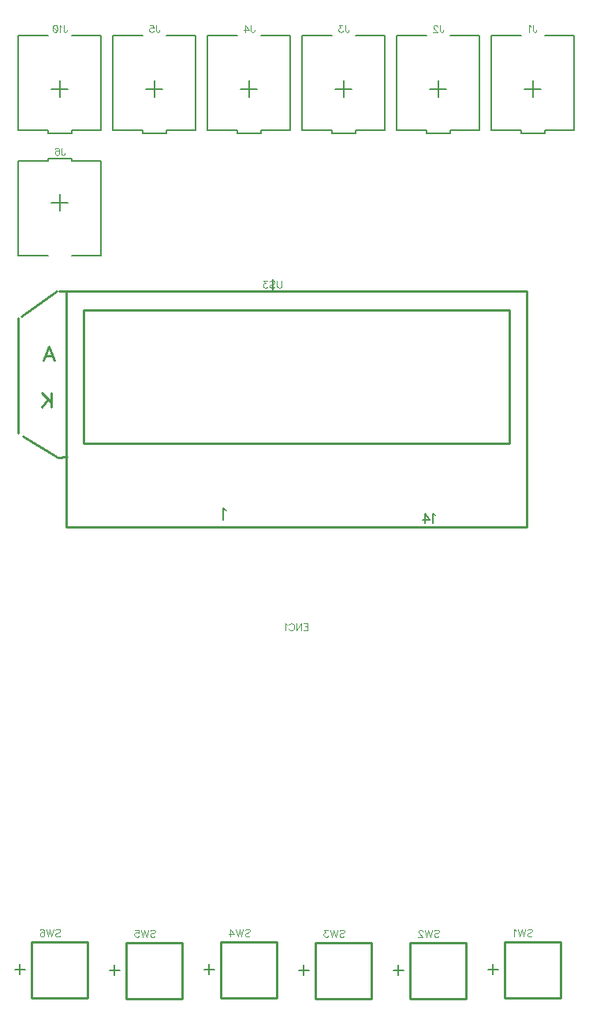
<source format=gbo>
G04 DipTrace 4.0.0.0*
G04 uTest_p02.GBO*
%MOIN*%
G04 #@! TF.FileFunction,Legend,Bot*
G04 #@! TF.Part,Single*
%ADD10C,0.009843*%
%ADD20C,0.005984*%
%ADD31C,0.006*%
%ADD120C,0.004632*%
%ADD121C,0.00772*%
%ADD122C,0.009264*%
%ADD123C,0.006176*%
%FSLAX26Y26*%
G04*
G70*
G90*
G75*
G01*
G04 BotSilk*
%LPD*%
X2550799Y4419340D2*
D31*
X2620834D1*
X2585834Y4454286D2*
Y4384343D1*
X2635849Y4244457D2*
X2760834D1*
X2535820D2*
X2410834D1*
X2535820Y4644466D2*
X2410834D1*
X2635849D2*
X2760834D1*
Y4244457D1*
X2410834D2*
Y4644466D1*
X2535820Y4244457D2*
D20*
Y4231982D1*
X2635849D1*
Y4244457D1*
X2150799Y4419340D2*
D31*
X2220834D1*
X2185834Y4454286D2*
Y4384343D1*
X2235849Y4244457D2*
X2360834D1*
X2135820D2*
X2010834D1*
X2135820Y4644466D2*
X2010834D1*
X2235849D2*
X2360834D1*
Y4244457D1*
X2010834D2*
Y4644466D1*
X2135820Y4244457D2*
D20*
Y4231982D1*
X2235849D1*
Y4244457D1*
X1750799Y4419340D2*
D31*
X1820834D1*
X1785834Y4454286D2*
Y4384343D1*
X1835849Y4244457D2*
X1960834D1*
X1735820D2*
X1610834D1*
X1735820Y4644466D2*
X1610834D1*
X1835849D2*
X1960834D1*
Y4244457D1*
X1610834D2*
Y4644466D1*
X1735820Y4244457D2*
D20*
Y4231982D1*
X1835849D1*
Y4244457D1*
X1350799Y4419340D2*
D31*
X1420834D1*
X1385834Y4454286D2*
Y4384343D1*
X1435849Y4244457D2*
X1560834D1*
X1335820D2*
X1210834D1*
X1335820Y4644466D2*
X1210834D1*
X1435849D2*
X1560834D1*
Y4244457D1*
X1210834D2*
Y4644466D1*
X1335820Y4244457D2*
D20*
Y4231982D1*
X1435849D1*
Y4244457D1*
X950799Y4419340D2*
D31*
X1020834D1*
X985834Y4454286D2*
Y4384343D1*
X1035849Y4244457D2*
X1160834D1*
X935820D2*
X810834D1*
X935820Y4644466D2*
X810834D1*
X1035849D2*
X1160834D1*
Y4244457D1*
X810834D2*
Y4644466D1*
X935820Y4244457D2*
D20*
Y4231982D1*
X1035849D1*
Y4244457D1*
X620870Y3938764D2*
D31*
X550834D1*
X585834Y3903826D2*
Y3973785D1*
X535820Y4113660D2*
X410834D1*
X635849D2*
X760834D1*
X635849Y3713650D2*
X760834D1*
X535820D2*
X410834D1*
Y4113660D1*
X760834D2*
Y3713650D1*
X635849Y4113660D2*
D20*
Y4126133D1*
X535820D1*
Y4113660D1*
X550799Y4419340D2*
D31*
X620834D1*
X585834Y4454286D2*
Y4384343D1*
X635849Y4244457D2*
X760834D1*
X535820D2*
X410834D1*
X535820Y4644466D2*
X410834D1*
X635849D2*
X760834D1*
Y4244457D1*
X410834D2*
Y4644466D1*
X535820Y4244457D2*
D20*
Y4231982D1*
X635849D1*
Y4244457D1*
X2703945Y578703D2*
D10*
Y814942D1*
Y578703D2*
X2467708D1*
Y814942D1*
X2703945D1*
X2303945Y576341D2*
Y812580D1*
Y576341D2*
X2067708D1*
Y812580D1*
X2303945D1*
X1903945Y576341D2*
Y812580D1*
Y576341D2*
X1667708D1*
Y812580D1*
X1903945D1*
X1503945Y578703D2*
Y814942D1*
Y578703D2*
X1267708D1*
Y814942D1*
X1503945D1*
X1103945Y576341D2*
Y812580D1*
Y576341D2*
X867708D1*
Y812580D1*
X1103945D1*
X703945Y578703D2*
Y814942D1*
Y578703D2*
X467708D1*
Y814942D1*
X703945D1*
X613375Y3564933D2*
Y2568920D1*
X2558275D1*
Y3564933D1*
X613375D1*
X686180Y3486230D2*
Y2923239D1*
X2485471D1*
Y3486230D1*
X686180D1*
X613375Y3564933D2*
X581804D1*
X617240Y2864135D2*
X577938Y2860215D1*
X574073Y2864135D2*
X428248Y2950781D1*
X410638Y2966459D2*
Y3450747D1*
X424383Y3458585D2*
X574073Y3564933D1*
X1614818Y2161131D2*
D120*
X1633455D1*
Y2130987D1*
X1614818D1*
X1633455Y2146772D2*
X1621981D1*
X1585459Y2161131D2*
Y2130987D1*
X1605555Y2161131D1*
Y2130987D1*
X1554673Y2153968D2*
X1556099Y2156820D1*
X1558984Y2159705D1*
X1561836Y2161131D1*
X1567573D1*
X1570458Y2159705D1*
X1573310Y2156820D1*
X1574769Y2153968D1*
X1576195Y2149657D1*
Y2142461D1*
X1574769Y2138183D1*
X1573310Y2135298D1*
X1570458Y2132446D1*
X1567573Y2130987D1*
X1561836D1*
X1558984Y2132446D1*
X1556099Y2135298D1*
X1554673Y2138183D1*
X1545410Y2155361D2*
X1542525Y2156820D1*
X1538214Y2161098D1*
Y2130987D1*
X2586885Y4688895D2*
Y4665947D1*
X2588311Y4661636D1*
X2589770Y4660210D1*
X2592622Y4658751D1*
X2595507D1*
X2598359Y4660210D1*
X2599785Y4661636D1*
X2601244Y4665947D1*
Y4668799D1*
X2577621Y4683124D2*
X2574736Y4684584D1*
X2570425Y4688861D1*
Y4658751D1*
X2193335Y4688895D2*
Y4665947D1*
X2194761Y4661636D1*
X2196220Y4660210D1*
X2199072Y4658751D1*
X2201957D1*
X2204809Y4660210D1*
X2206235Y4661636D1*
X2207694Y4665947D1*
Y4668799D1*
X2182612Y4681698D2*
Y4683124D1*
X2181186Y4686009D1*
X2179760Y4687435D1*
X2176875Y4688861D1*
X2171138D1*
X2168286Y4687435D1*
X2166860Y4686009D1*
X2165401Y4683124D1*
Y4680272D1*
X2166860Y4677387D1*
X2169712Y4673110D1*
X2184071Y4658751D1*
X2163975D1*
X1793335Y4688895D2*
Y4665947D1*
X1794761Y4661636D1*
X1796220Y4660210D1*
X1799072Y4658751D1*
X1801957D1*
X1804809Y4660210D1*
X1806235Y4661636D1*
X1807694Y4665947D1*
Y4668799D1*
X1781186Y4688861D2*
X1765434D1*
X1774023Y4677387D1*
X1769712D1*
X1766860Y4675961D1*
X1765434Y4674536D1*
X1763975Y4670224D1*
Y4667373D1*
X1765434Y4663062D1*
X1768286Y4660176D1*
X1772597Y4658751D1*
X1776908D1*
X1781186Y4660176D1*
X1782612Y4661636D1*
X1784071Y4664488D1*
X1394048Y4688895D2*
Y4665947D1*
X1395474Y4661636D1*
X1396933Y4660210D1*
X1399785Y4658751D1*
X1402670D1*
X1405522Y4660210D1*
X1406948Y4661636D1*
X1408407Y4665947D1*
Y4668799D1*
X1370425Y4658751D2*
Y4688861D1*
X1384784Y4668799D1*
X1363262D1*
X993335Y4688895D2*
Y4665947D1*
X994761Y4661636D1*
X996220Y4660210D1*
X999072Y4658751D1*
X1001957D1*
X1004809Y4660210D1*
X1006235Y4661636D1*
X1007694Y4665947D1*
Y4668799D1*
X966860Y4688861D2*
X981186D1*
X982612Y4675961D1*
X981186Y4677387D1*
X976875Y4678847D1*
X972597D1*
X968286Y4677387D1*
X965401Y4674536D1*
X963975Y4670224D1*
Y4667373D1*
X965401Y4663062D1*
X968286Y4660176D1*
X972597Y4658751D1*
X976875D1*
X981186Y4660176D1*
X982612Y4661636D1*
X984071Y4664488D1*
X592605Y4170066D2*
Y4147119D1*
X594031Y4142808D1*
X595490Y4141382D1*
X598342Y4139922D1*
X601227D1*
X604079Y4141382D1*
X605505Y4142808D1*
X606964Y4147119D1*
Y4149970D1*
X566131Y4165755D2*
X567557Y4168607D1*
X571868Y4170033D1*
X574720D1*
X579031Y4168607D1*
X581916Y4164296D1*
X583342Y4157133D1*
Y4149970D1*
X581916Y4144233D1*
X579031Y4141348D1*
X574720Y4139922D1*
X573294D1*
X569016Y4141348D1*
X566131Y4144233D1*
X564705Y4148544D1*
Y4149970D1*
X566131Y4154281D1*
X569016Y4157133D1*
X573294Y4158559D1*
X574720D1*
X579031Y4157133D1*
X581916Y4154281D1*
X583342Y4149970D1*
X601565Y4688895D2*
Y4665947D1*
X602991Y4661636D1*
X604450Y4660210D1*
X607302Y4658751D1*
X610187D1*
X613039Y4660210D1*
X614464Y4661636D1*
X615924Y4665947D1*
Y4668799D1*
X592301Y4683124D2*
X589416Y4684584D1*
X585105Y4688861D1*
Y4658751D1*
X567219Y4688861D2*
X571530Y4687435D1*
X574415Y4683124D1*
X575841Y4675961D1*
Y4671650D1*
X574415Y4664488D1*
X571530Y4660176D1*
X567219Y4658751D1*
X564367D1*
X560056Y4660176D1*
X557204Y4664488D1*
X555745Y4671650D1*
Y4675961D1*
X557204Y4683124D1*
X560056Y4687435D1*
X564367Y4688861D1*
X567219D1*
X557204Y4683124D2*
X574415Y4664488D1*
X2439254Y698559D2*
D121*
X2396199D1*
X2417699Y677059D2*
Y720114D1*
X2561851Y864005D2*
D120*
X2564703Y866890D1*
X2569014Y868316D1*
X2574751D1*
X2579062Y866890D1*
X2581947Y864005D1*
Y861153D1*
X2580488Y858268D1*
X2579062Y856842D1*
X2576210Y855416D1*
X2567588Y852531D1*
X2564703Y851105D1*
X2563277Y849646D1*
X2561851Y846794D1*
Y842483D1*
X2564703Y839631D1*
X2569014Y838172D1*
X2574751D1*
X2579062Y839631D1*
X2581947Y842483D1*
X2552587Y868316D2*
X2545391Y838172D1*
X2538228Y868316D1*
X2531065Y838172D1*
X2523869Y868316D1*
X2514606Y862546D2*
X2511721Y864005D1*
X2507410Y868283D1*
Y838172D1*
X2039254Y696197D2*
D121*
X1996199D1*
X2017699Y674697D2*
Y717752D1*
X2168301Y861643D2*
D120*
X2171153Y864528D1*
X2175464Y865954D1*
X2181201D1*
X2185512Y864528D1*
X2188397Y861643D1*
Y858791D1*
X2186938Y855906D1*
X2185512Y854480D1*
X2182660Y853054D1*
X2174038Y850169D1*
X2171153Y848743D1*
X2169727Y847284D1*
X2168301Y844432D1*
Y840121D1*
X2171153Y837269D1*
X2175464Y835810D1*
X2181201D1*
X2185512Y837269D1*
X2188397Y840121D1*
X2159037Y865954D2*
X2151841Y835810D1*
X2144678Y865954D1*
X2137515Y835810D1*
X2130319Y865954D1*
X2119597Y858757D2*
Y860183D1*
X2118171Y863069D1*
X2116745Y864494D1*
X2113860Y865920D1*
X2108123D1*
X2105271Y864494D1*
X2103845Y863069D1*
X2102386Y860183D1*
Y857332D1*
X2103845Y854446D1*
X2106697Y850169D1*
X2121056Y835810D1*
X2100960D1*
X1639254Y696197D2*
D121*
X1596199D1*
X1617699Y674697D2*
Y717752D1*
X1768301Y861643D2*
D120*
X1771153Y864528D1*
X1775464Y865954D1*
X1781201D1*
X1785512Y864528D1*
X1788397Y861643D1*
Y858791D1*
X1786938Y855906D1*
X1785512Y854480D1*
X1782660Y853054D1*
X1774038Y850169D1*
X1771153Y848743D1*
X1769727Y847284D1*
X1768301Y844432D1*
Y840121D1*
X1771153Y837269D1*
X1775464Y835810D1*
X1781201D1*
X1785512Y837269D1*
X1788397Y840121D1*
X1759037Y865954D2*
X1751841Y835810D1*
X1744678Y865954D1*
X1737515Y835810D1*
X1730319Y865954D1*
X1718171Y865920D2*
X1702419D1*
X1711008Y854446D1*
X1706697D1*
X1703845Y853021D1*
X1702419Y851595D1*
X1700960Y847284D1*
Y844432D1*
X1702419Y840121D1*
X1705271Y837236D1*
X1709582Y835810D1*
X1713893D1*
X1718171Y837236D1*
X1719597Y838695D1*
X1721056Y841547D1*
X1239254Y698559D2*
D121*
X1196199D1*
X1217699Y677059D2*
Y720114D1*
X1369014Y864005D2*
D120*
X1371866Y866890D1*
X1376177Y868316D1*
X1381914D1*
X1386225Y866890D1*
X1389110Y864005D1*
Y861153D1*
X1387651Y858268D1*
X1386225Y856842D1*
X1383373Y855416D1*
X1374751Y852531D1*
X1371866Y851105D1*
X1370440Y849646D1*
X1369014Y846794D1*
Y842483D1*
X1371866Y839631D1*
X1376177Y838172D1*
X1381914D1*
X1386225Y839631D1*
X1389110Y842483D1*
X1359750Y868316D2*
X1352554Y838172D1*
X1345391Y868316D1*
X1338228Y838172D1*
X1331032Y868316D1*
X1307410Y838172D2*
Y868283D1*
X1321769Y848220D1*
X1300247D1*
X839254Y696197D2*
D121*
X796199D1*
X817699Y674697D2*
Y717752D1*
X968301Y861643D2*
D120*
X971153Y864528D1*
X975464Y865954D1*
X981201D1*
X985512Y864528D1*
X988397Y861643D1*
Y858791D1*
X986938Y855906D1*
X985512Y854480D1*
X982660Y853054D1*
X974038Y850169D1*
X971153Y848743D1*
X969727Y847284D1*
X968301Y844432D1*
Y840121D1*
X971153Y837269D1*
X975464Y835810D1*
X981201D1*
X985512Y837269D1*
X988397Y840121D1*
X959037Y865954D2*
X951841Y835810D1*
X944678Y865954D1*
X937515Y835810D1*
X930319Y865954D1*
X903845Y865920D2*
X918171D1*
X919597Y853021D1*
X918171Y854446D1*
X913860Y855906D1*
X909582D1*
X905271Y854446D1*
X902386Y851595D1*
X900960Y847284D1*
Y844432D1*
X902386Y840121D1*
X905271Y837236D1*
X909582Y835810D1*
X913860D1*
X918171Y837236D1*
X919597Y838695D1*
X921056Y841547D1*
X439254Y698559D2*
D121*
X396199D1*
X417699Y677059D2*
Y720114D1*
X567571Y864005D2*
D120*
X570423Y866890D1*
X574734Y868316D1*
X580471D1*
X584782Y866890D1*
X587667Y864005D1*
Y861153D1*
X586208Y858268D1*
X584782Y856842D1*
X581930Y855416D1*
X573308Y852531D1*
X570423Y851105D1*
X568997Y849646D1*
X567571Y846794D1*
Y842483D1*
X570423Y839631D1*
X574734Y838172D1*
X580471D1*
X584782Y839631D1*
X587667Y842483D1*
X558308Y868316D2*
X551112Y838172D1*
X543949Y868316D1*
X536786Y838172D1*
X529590Y868316D1*
X503115Y864005D2*
X504541Y866857D1*
X508852Y868283D1*
X511704D1*
X516015Y866857D1*
X518900Y862546D1*
X520326Y855383D1*
Y848220D1*
X518900Y842483D1*
X516015Y839598D1*
X511704Y838172D1*
X510278D1*
X506000Y839598D1*
X503115Y842483D1*
X501689Y846794D1*
Y848220D1*
X503115Y852531D1*
X506000Y855383D1*
X510278Y856809D1*
X511704D1*
X516015Y855383D1*
X518900Y852531D1*
X520326Y848220D1*
X515533Y3271703D2*
D122*
X538547Y3331991D1*
X561495Y3271703D1*
X552873Y3291799D2*
X524155D1*
X549683Y3135182D2*
Y3074894D1*
X509491Y3135182D2*
X549683Y3094990D1*
X535357Y3109383D2*
X509491Y3074894D1*
X1288598Y2638789D2*
D121*
X1283790Y2641221D1*
X1276605Y2648351D1*
Y2598166D1*
X2171404Y2618524D2*
D123*
X2167557Y2620470D1*
X2161809Y2626174D1*
Y2586026D1*
X2130313D2*
Y2626174D1*
X2149458Y2599423D1*
X2120762D1*
X1523847Y3608867D2*
D120*
Y3587345D1*
X1522422Y3583034D1*
X1519536Y3580182D1*
X1515225Y3578723D1*
X1512374D1*
X1508063Y3580182D1*
X1505177Y3583034D1*
X1503751Y3587345D1*
Y3608867D1*
X1487325Y3614587D2*
Y3572969D1*
X1481588Y3614587D2*
Y3572969D1*
X1474425Y3604539D2*
X1477277Y3607391D1*
X1481588Y3608817D1*
X1487325D1*
X1491603Y3607391D1*
X1494488Y3604539D1*
Y3601654D1*
X1493062Y3598802D1*
X1491603Y3597343D1*
X1488751Y3595917D1*
X1480162Y3593065D1*
X1477277Y3591606D1*
X1475851Y3590180D1*
X1474425Y3587328D1*
Y3583017D1*
X1477277Y3580132D1*
X1481588Y3578706D1*
X1487325D1*
X1491603Y3580132D1*
X1494488Y3583017D1*
X1462276Y3608834D2*
X1446525D1*
X1455114Y3597360D1*
X1450803D1*
X1447951Y3595934D1*
X1446525Y3594508D1*
X1445066Y3590197D1*
Y3587345D1*
X1446525Y3583034D1*
X1449377Y3580149D1*
X1453688Y3578723D1*
X1457999D1*
X1462276Y3580149D1*
X1463702Y3581608D1*
X1465162Y3584460D1*
M02*

</source>
